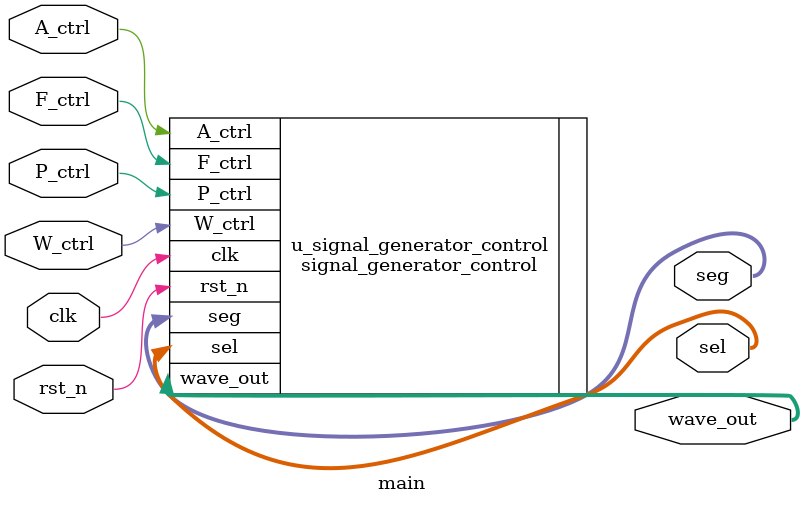
<source format=v>
module main (
    input 					clk,		// clock, default is 50MHz
    input 					rst_n,		// reset signal

    input 					W_ctrl,		// Wave control
	input 					A_ctrl,		// Amplitude control
	input 					P_ctrl,		// Phase control
	input 					F_ctrl,		// Frequency controls
 
	output wire 	[11:0] 	wave_out,	// waveform serial data output

	// // static seg pin
	// output wire [7:0] A_seg0,
	// output wire [7:0] A_seg1,

	// output wire [7:0] F_seg0,
	// output wire [7:0] F_seg1,

	// output wire [7:0] W_seg0,
	// output wire [7:0] W_seg1

	// dynamic seg pin {Wave, Amplitude, Frequency, Phase}
	output wire 	[5:0] 	sel,		// bit select signal
    output wire 	[7:0] 	seg			// segment select signal

);

	// // static display
	// signal_generator_control u_signal_generator_control(
	// 	.clk      ( clk      ),
	// 	.rst_n    ( rst_n    ),
	// 	.W_ctrl   ( !W_ctrl   ),
	// 	.A_ctrl   ( !A_ctrl   ),
	// 	.P_ctrl   ( !P_ctrl   ),
	// 	.F_ctrl   ( !F_ctrl   ),
	// 	.wave_out ( wave_out ),
	// 	.W_seg0   ( W_seg0   ),
	// 	.W_seg1   ( W_seg1   ),
	// 	.A_seg0   ( A_seg0   ),
	// 	.A_seg1   ( A_seg1   ),
	// 	.F_seg0   ( F_seg0   ),
	// 	.F_seg1   ( F_seg1   )
	// );

	// dynamic display
	signal_generator_control u_signal_generator_control(
		.clk      ( clk      ),
		.rst_n    ( rst_n    ),

		.W_ctrl   ( W_ctrl   ),
		.A_ctrl   ( A_ctrl   ),
		.P_ctrl   ( P_ctrl   ),
		.F_ctrl   ( F_ctrl   ),
		
		.wave_out ( wave_out ),
		
		.sel      ( sel      ),
		.seg      ( seg      )
	);

endmodule
</source>
